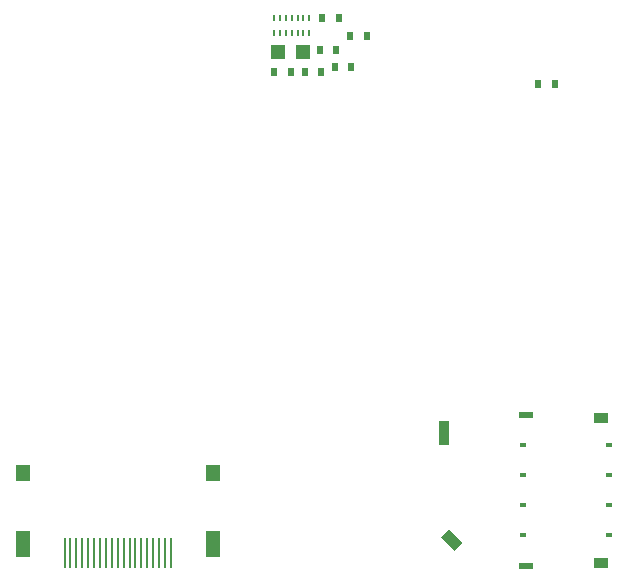
<source format=gbr>
G04 #@! TF.GenerationSoftware,KiCad,Pcbnew,5.0.2+dfsg1-1*
G04 #@! TF.CreationDate,2019-08-26T09:35:30+01:00*
G04 #@! TF.ProjectId,HDMI_SD_expansion,48444d49-5f53-4445-9f65-7870616e7369,rev?*
G04 #@! TF.SameCoordinates,Original*
G04 #@! TF.FileFunction,Paste,Top*
G04 #@! TF.FilePolarity,Positive*
%FSLAX46Y46*%
G04 Gerber Fmt 4.6, Leading zero omitted, Abs format (unit mm)*
G04 Created by KiCad (PCBNEW 5.0.2+dfsg1-1) date Mon 26 Aug 2019 09:35:30 BST*
%MOMM*%
%LPD*%
G01*
G04 APERTURE LIST*
%ADD10R,0.600000X0.800000*%
%ADD11R,1.200000X1.200000*%
%ADD12R,0.200000X0.500000*%
%ADD13R,0.280000X2.600000*%
%ADD14R,1.300000X2.200000*%
%ADD15R,1.300000X1.400000*%
%ADD16R,0.600000X0.450000*%
%ADD17R,1.200000X0.890000*%
%ADD18R,1.200000X0.520000*%
%ADD19R,0.940000X2.100000*%
%ADD20C,0.940000*%
%ADD21C,0.100000*%
G04 APERTURE END LIST*
D10*
G04 #@! TO.C,R7*
X141975001Y-80455001D03*
X140575001Y-80455001D03*
G04 #@! TD*
G04 #@! TO.C,R6*
X141875001Y-77805001D03*
X143275001Y-77805001D03*
G04 #@! TD*
G04 #@! TO.C,R5*
X139425001Y-80895001D03*
X138025001Y-80895001D03*
G04 #@! TD*
G04 #@! TO.C,R4*
X157800000Y-81900000D03*
X159200000Y-81900000D03*
G04 #@! TD*
G04 #@! TO.C,R3*
X140725001Y-78985001D03*
X139325001Y-78985001D03*
G04 #@! TD*
G04 #@! TO.C,R2*
X135475001Y-80895001D03*
X136875001Y-80895001D03*
G04 #@! TD*
G04 #@! TO.C,R1*
X140925001Y-76335001D03*
X139525001Y-76335001D03*
G04 #@! TD*
D11*
G04 #@! TO.C,C1*
X137875001Y-79205001D03*
X135775001Y-79205001D03*
G04 #@! TD*
D12*
G04 #@! TO.C,D1*
X135425001Y-76300001D03*
X135425001Y-77550001D03*
X135925001Y-76300001D03*
X135925001Y-77550001D03*
X136425001Y-76300001D03*
X136425001Y-77550001D03*
X136925001Y-76300001D03*
X136925001Y-77550001D03*
X137425001Y-76300001D03*
X137425001Y-77550001D03*
X137925001Y-76300001D03*
X137925001Y-77550001D03*
X138425001Y-76300001D03*
X138425001Y-77550001D03*
G04 #@! TD*
D13*
G04 #@! TO.C,J4*
X122200000Y-121560000D03*
X121700000Y-121560000D03*
X121200000Y-121560000D03*
X120700000Y-121560000D03*
X120200000Y-121560000D03*
X119700000Y-121560000D03*
X119200000Y-121560000D03*
X118700000Y-121560000D03*
X118200000Y-121560000D03*
X117700000Y-121560000D03*
X122700000Y-121560000D03*
X123200000Y-121560000D03*
X123700000Y-121560000D03*
X124200000Y-121560000D03*
X124700000Y-121560000D03*
X125200000Y-121560000D03*
X125700000Y-121560000D03*
X126200000Y-121560000D03*
X126700000Y-121560000D03*
D14*
X114150000Y-120800000D03*
X130250000Y-120800000D03*
D15*
X130250000Y-114840000D03*
X114150000Y-114840000D03*
G04 #@! TD*
D16*
G04 #@! TO.C,J2*
X156500000Y-115030000D03*
X156500000Y-117570000D03*
X156500000Y-112490000D03*
X156500000Y-120110000D03*
X163760000Y-120110000D03*
X163760000Y-117570000D03*
X163760000Y-115030000D03*
X163760000Y-112490000D03*
D17*
X163150000Y-122425000D03*
D18*
X156760000Y-122700000D03*
X156760000Y-109900000D03*
D17*
X163150000Y-110175000D03*
D19*
X149800000Y-111420000D03*
D20*
X150480000Y-120490000D03*
D21*
G36*
X149581974Y-120256655D02*
X150246655Y-119591974D01*
X151378026Y-120723345D01*
X150713345Y-121388026D01*
X149581974Y-120256655D01*
X149581974Y-120256655D01*
G37*
G04 #@! TD*
M02*

</source>
